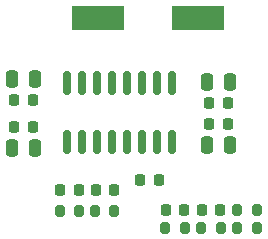
<source format=gbr>
%TF.GenerationSoftware,KiCad,Pcbnew,7.0.7*%
%TF.CreationDate,2025-01-01T11:59:36+10:30*%
%TF.ProjectId,V9261F_Breakout,56393236-3146-45f4-9272-65616b6f7574,rev?*%
%TF.SameCoordinates,Original*%
%TF.FileFunction,Paste,Top*%
%TF.FilePolarity,Positive*%
%FSLAX46Y46*%
G04 Gerber Fmt 4.6, Leading zero omitted, Abs format (unit mm)*
G04 Created by KiCad (PCBNEW 7.0.7) date 2025-01-01 11:59:36*
%MOMM*%
%LPD*%
G01*
G04 APERTURE LIST*
G04 Aperture macros list*
%AMRoundRect*
0 Rectangle with rounded corners*
0 $1 Rounding radius*
0 $2 $3 $4 $5 $6 $7 $8 $9 X,Y pos of 4 corners*
0 Add a 4 corners polygon primitive as box body*
4,1,4,$2,$3,$4,$5,$6,$7,$8,$9,$2,$3,0*
0 Add four circle primitives for the rounded corners*
1,1,$1+$1,$2,$3*
1,1,$1+$1,$4,$5*
1,1,$1+$1,$6,$7*
1,1,$1+$1,$8,$9*
0 Add four rect primitives between the rounded corners*
20,1,$1+$1,$2,$3,$4,$5,0*
20,1,$1+$1,$4,$5,$6,$7,0*
20,1,$1+$1,$6,$7,$8,$9,0*
20,1,$1+$1,$8,$9,$2,$3,0*%
G04 Aperture macros list end*
%ADD10RoundRect,0.250000X-0.250000X-0.475000X0.250000X-0.475000X0.250000X0.475000X-0.250000X0.475000X0*%
%ADD11RoundRect,0.250000X0.250000X0.475000X-0.250000X0.475000X-0.250000X-0.475000X0.250000X-0.475000X0*%
%ADD12RoundRect,0.225000X-0.225000X-0.250000X0.225000X-0.250000X0.225000X0.250000X-0.225000X0.250000X0*%
%ADD13R,4.500000X2.000000*%
%ADD14RoundRect,0.200000X0.200000X0.275000X-0.200000X0.275000X-0.200000X-0.275000X0.200000X-0.275000X0*%
%ADD15RoundRect,0.225000X0.225000X0.250000X-0.225000X0.250000X-0.225000X-0.250000X0.225000X-0.250000X0*%
%ADD16RoundRect,0.150000X0.150000X-0.850000X0.150000X0.850000X-0.150000X0.850000X-0.150000X-0.850000X0*%
%ADD17RoundRect,0.200000X-0.200000X-0.275000X0.200000X-0.275000X0.200000X0.275000X-0.200000X0.275000X0*%
G04 APERTURE END LIST*
D10*
%TO.C,C3*%
X141417000Y-83566000D03*
X143317000Y-83566000D03*
%TD*%
D11*
%TO.C,C8*%
X143317000Y-89408000D03*
X141417000Y-89408000D03*
%TD*%
D12*
%TO.C,C2*%
X141592000Y-85344000D03*
X143142000Y-85344000D03*
%TD*%
%TO.C,C10*%
X154406000Y-94615000D03*
X155956000Y-94615000D03*
%TD*%
D13*
%TO.C,Y1*%
X157158000Y-78359000D03*
X148658000Y-78359000D03*
%TD*%
D14*
%TO.C,R6*%
X150050000Y-94742000D03*
X148400000Y-94742000D03*
%TD*%
D15*
%TO.C,C5*%
X159652000Y-87376000D03*
X158102000Y-87376000D03*
%TD*%
D10*
%TO.C,C4*%
X157927000Y-83820000D03*
X159827000Y-83820000D03*
%TD*%
D14*
%TO.C,R3*%
X156006000Y-96139000D03*
X154356000Y-96139000D03*
%TD*%
D15*
%TO.C,C12*%
X147029000Y-92964000D03*
X145479000Y-92964000D03*
%TD*%
D12*
%TO.C,C11*%
X157467000Y-94615000D03*
X159017000Y-94615000D03*
%TD*%
D16*
%TO.C,U1*%
X146050000Y-88860000D03*
X147320000Y-88860000D03*
X148590000Y-88860000D03*
X149860000Y-88860000D03*
X151130000Y-88860000D03*
X152400000Y-88860000D03*
X153670000Y-88860000D03*
X154940000Y-88860000D03*
X154940000Y-83860000D03*
X153670000Y-83860000D03*
X152400000Y-83860000D03*
X151130000Y-83860000D03*
X149860000Y-83860000D03*
X148590000Y-83860000D03*
X147320000Y-83860000D03*
X146050000Y-83860000D03*
%TD*%
D17*
%TO.C,R1*%
X157404000Y-96139000D03*
X159054000Y-96139000D03*
%TD*%
%TO.C,R2*%
X160452000Y-96139000D03*
X162102000Y-96139000D03*
%TD*%
D15*
%TO.C,C13*%
X150013000Y-92964000D03*
X148463000Y-92964000D03*
%TD*%
D12*
%TO.C,C1*%
X158102000Y-85598000D03*
X159652000Y-85598000D03*
%TD*%
%TO.C,C9*%
X152260000Y-92075000D03*
X153810000Y-92075000D03*
%TD*%
D17*
%TO.C,R5*%
X145416000Y-94742000D03*
X147066000Y-94742000D03*
%TD*%
D15*
%TO.C,C7*%
X143142000Y-87630000D03*
X141592000Y-87630000D03*
%TD*%
D14*
%TO.C,R4*%
X162102000Y-94615000D03*
X160452000Y-94615000D03*
%TD*%
D11*
%TO.C,C6*%
X159827000Y-89154000D03*
X157927000Y-89154000D03*
%TD*%
M02*

</source>
